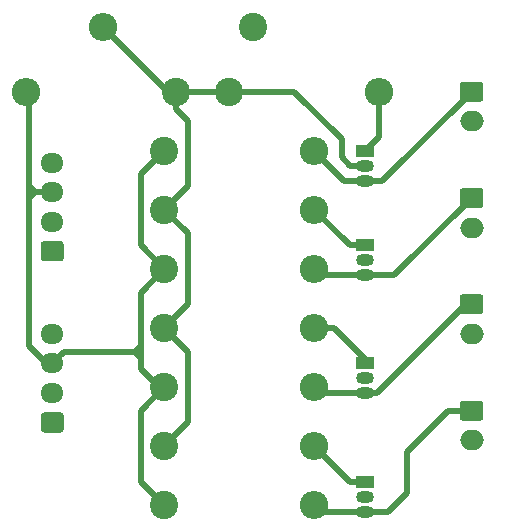
<source format=gbr>
%TF.GenerationSoftware,KiCad,Pcbnew,(5.1.7)-1*%
%TF.CreationDate,2021-07-11T15:44:17+01:00*%
%TF.ProjectId,level_shifter,6c657665-6c5f-4736-9869-667465722e6b,rev?*%
%TF.SameCoordinates,Original*%
%TF.FileFunction,Copper,L1,Top*%
%TF.FilePolarity,Positive*%
%FSLAX46Y46*%
G04 Gerber Fmt 4.6, Leading zero omitted, Abs format (unit mm)*
G04 Created by KiCad (PCBNEW (5.1.7)-1) date 2021-07-11 15:44:17*
%MOMM*%
%LPD*%
G01*
G04 APERTURE LIST*
%TA.AperFunction,ComponentPad*%
%ADD10O,2.400000X2.400000*%
%TD*%
%TA.AperFunction,ComponentPad*%
%ADD11C,2.400000*%
%TD*%
%TA.AperFunction,ComponentPad*%
%ADD12R,1.500000X1.050000*%
%TD*%
%TA.AperFunction,ComponentPad*%
%ADD13O,1.500000X1.050000*%
%TD*%
%TA.AperFunction,ComponentPad*%
%ADD14O,2.000000X1.700000*%
%TD*%
%TA.AperFunction,ComponentPad*%
%ADD15O,1.950000X1.700000*%
%TD*%
%TA.AperFunction,Conductor*%
%ADD16C,0.500000*%
%TD*%
G04 APERTURE END LIST*
D10*
%TO.P,R10,2*%
%TO.N,d4_h*%
X136700000Y-105500000D03*
D11*
%TO.P,R10,1*%
%TO.N,+5V*%
X124000000Y-105500000D03*
%TD*%
D10*
%TO.P,R9,2*%
%TO.N,d3_h*%
X136700000Y-95500000D03*
D11*
%TO.P,R9,1*%
%TO.N,+5V*%
X124000000Y-95500000D03*
%TD*%
D10*
%TO.P,R8,2*%
%TO.N,d2_h*%
X136700000Y-85500000D03*
D11*
%TO.P,R8,1*%
%TO.N,+5V*%
X124000000Y-85500000D03*
%TD*%
D10*
%TO.P,R7,2*%
%TO.N,d1_h*%
X136700000Y-75500000D03*
D11*
%TO.P,R7,1*%
%TO.N,+5V*%
X124000000Y-75500000D03*
%TD*%
D10*
%TO.P,R6,2*%
%TO.N,d4_l*%
X136700000Y-100500000D03*
D11*
%TO.P,R6,1*%
%TO.N,+3V3*%
X124000000Y-100500000D03*
%TD*%
D10*
%TO.P,R5,2*%
%TO.N,d3_l*%
X136700000Y-90500000D03*
D11*
%TO.P,R5,1*%
%TO.N,+3V3*%
X124000000Y-90500000D03*
%TD*%
D10*
%TO.P,R4,2*%
%TO.N,d2_l*%
X136700000Y-80500000D03*
D11*
%TO.P,R4,1*%
%TO.N,+3V3*%
X124000000Y-80500000D03*
%TD*%
D10*
%TO.P,R3,2*%
%TO.N,d1_l*%
X142200000Y-70500000D03*
D11*
%TO.P,R3,1*%
%TO.N,+3V3*%
X129500000Y-70500000D03*
%TD*%
D10*
%TO.P,R2,2*%
%TO.N,+3V3*%
X118800000Y-65000000D03*
D11*
%TO.P,R2,1*%
%TO.N,GND*%
X131500000Y-65000000D03*
%TD*%
D10*
%TO.P,R1,2*%
%TO.N,+5V*%
X112300000Y-70500000D03*
D11*
%TO.P,R1,1*%
%TO.N,+3V3*%
X125000000Y-70500000D03*
%TD*%
D12*
%TO.P,Q4,1*%
%TO.N,d4_l*%
X141000000Y-103500000D03*
D13*
%TO.P,Q4,3*%
%TO.N,d4_h*%
X141000000Y-106040000D03*
%TO.P,Q4,2*%
%TO.N,+3V3*%
X141000000Y-104770000D03*
%TD*%
D12*
%TO.P,Q3,1*%
%TO.N,d3_l*%
X141000000Y-93500000D03*
D13*
%TO.P,Q3,3*%
%TO.N,d3_h*%
X141000000Y-96040000D03*
%TO.P,Q3,2*%
%TO.N,+3V3*%
X141000000Y-94770000D03*
%TD*%
D12*
%TO.P,Q2,1*%
%TO.N,d2_l*%
X141000000Y-83500000D03*
D13*
%TO.P,Q2,3*%
%TO.N,d2_h*%
X141000000Y-86040000D03*
%TO.P,Q2,2*%
%TO.N,+3V3*%
X141000000Y-84770000D03*
%TD*%
D12*
%TO.P,Q1,1*%
%TO.N,d1_l*%
X141000000Y-75500000D03*
D13*
%TO.P,Q1,3*%
%TO.N,d1_h*%
X141000000Y-78040000D03*
%TO.P,Q1,2*%
%TO.N,+3V3*%
X141000000Y-76770000D03*
%TD*%
D14*
%TO.P,J6,2*%
%TO.N,GND*%
X150000000Y-100000000D03*
%TO.P,J6,1*%
%TO.N,d4_h*%
%TA.AperFunction,ComponentPad*%
G36*
G01*
X149250000Y-96650000D02*
X150750000Y-96650000D01*
G75*
G02*
X151000000Y-96900000I0J-250000D01*
G01*
X151000000Y-98100000D01*
G75*
G02*
X150750000Y-98350000I-250000J0D01*
G01*
X149250000Y-98350000D01*
G75*
G02*
X149000000Y-98100000I0J250000D01*
G01*
X149000000Y-96900000D01*
G75*
G02*
X149250000Y-96650000I250000J0D01*
G01*
G37*
%TD.AperFunction*%
%TD*%
%TO.P,J5,2*%
%TO.N,GND*%
X150000000Y-91000000D03*
%TO.P,J5,1*%
%TO.N,d3_h*%
%TA.AperFunction,ComponentPad*%
G36*
G01*
X149250000Y-87650000D02*
X150750000Y-87650000D01*
G75*
G02*
X151000000Y-87900000I0J-250000D01*
G01*
X151000000Y-89100000D01*
G75*
G02*
X150750000Y-89350000I-250000J0D01*
G01*
X149250000Y-89350000D01*
G75*
G02*
X149000000Y-89100000I0J250000D01*
G01*
X149000000Y-87900000D01*
G75*
G02*
X149250000Y-87650000I250000J0D01*
G01*
G37*
%TD.AperFunction*%
%TD*%
%TO.P,J4,2*%
%TO.N,GND*%
X150000000Y-82000000D03*
%TO.P,J4,1*%
%TO.N,d2_h*%
%TA.AperFunction,ComponentPad*%
G36*
G01*
X149250000Y-78650000D02*
X150750000Y-78650000D01*
G75*
G02*
X151000000Y-78900000I0J-250000D01*
G01*
X151000000Y-80100000D01*
G75*
G02*
X150750000Y-80350000I-250000J0D01*
G01*
X149250000Y-80350000D01*
G75*
G02*
X149000000Y-80100000I0J250000D01*
G01*
X149000000Y-78900000D01*
G75*
G02*
X149250000Y-78650000I250000J0D01*
G01*
G37*
%TD.AperFunction*%
%TD*%
%TO.P,J3,2*%
%TO.N,GND*%
X150000000Y-73000000D03*
%TO.P,J3,1*%
%TO.N,d1_h*%
%TA.AperFunction,ComponentPad*%
G36*
G01*
X149250000Y-69650000D02*
X150750000Y-69650000D01*
G75*
G02*
X151000000Y-69900000I0J-250000D01*
G01*
X151000000Y-71100000D01*
G75*
G02*
X150750000Y-71350000I-250000J0D01*
G01*
X149250000Y-71350000D01*
G75*
G02*
X149000000Y-71100000I0J250000D01*
G01*
X149000000Y-69900000D01*
G75*
G02*
X149250000Y-69650000I250000J0D01*
G01*
G37*
%TD.AperFunction*%
%TD*%
D15*
%TO.P,J2,4*%
%TO.N,GND*%
X114500000Y-91000000D03*
%TO.P,J2,3*%
%TO.N,+5V*%
X114500000Y-93500000D03*
%TO.P,J2,2*%
%TO.N,d3_l*%
X114500000Y-96000000D03*
%TO.P,J2,1*%
%TO.N,d4_l*%
%TA.AperFunction,ComponentPad*%
G36*
G01*
X115225000Y-99350000D02*
X113775000Y-99350000D01*
G75*
G02*
X113525000Y-99100000I0J250000D01*
G01*
X113525000Y-97900000D01*
G75*
G02*
X113775000Y-97650000I250000J0D01*
G01*
X115225000Y-97650000D01*
G75*
G02*
X115475000Y-97900000I0J-250000D01*
G01*
X115475000Y-99100000D01*
G75*
G02*
X115225000Y-99350000I-250000J0D01*
G01*
G37*
%TD.AperFunction*%
%TD*%
%TO.P,J1,4*%
%TO.N,GND*%
X114500000Y-76500000D03*
%TO.P,J1,3*%
%TO.N,+5V*%
X114500000Y-79000000D03*
%TO.P,J1,2*%
%TO.N,d1_l*%
X114500000Y-81500000D03*
%TO.P,J1,1*%
%TO.N,d2_l*%
%TA.AperFunction,ComponentPad*%
G36*
G01*
X115225000Y-84850000D02*
X113775000Y-84850000D01*
G75*
G02*
X113525000Y-84600000I0J250000D01*
G01*
X113525000Y-83400000D01*
G75*
G02*
X113775000Y-83150000I250000J0D01*
G01*
X115225000Y-83150000D01*
G75*
G02*
X115475000Y-83400000I0J-250000D01*
G01*
X115475000Y-84600000D01*
G75*
G02*
X115225000Y-84850000I-250000J0D01*
G01*
G37*
%TD.AperFunction*%
%TD*%
D16*
%TO.N,+5V*%
X112500000Y-70700000D02*
X112300000Y-70500000D01*
X114000000Y-93500000D02*
X114500000Y-93500000D01*
X112500000Y-92000000D02*
X114000000Y-93500000D01*
X122000000Y-92000000D02*
X121500000Y-92500000D01*
X121500000Y-92500000D02*
X122000000Y-93000000D01*
X112500000Y-78500000D02*
X113000000Y-79000000D01*
X113000000Y-79000000D02*
X112500000Y-79000000D01*
X112500000Y-79000000D02*
X112500000Y-78500000D01*
X114500000Y-79000000D02*
X113000000Y-79000000D01*
X112500000Y-78500000D02*
X112500000Y-70700000D01*
X113000000Y-79000000D02*
X112500000Y-79500000D01*
X112500000Y-79500000D02*
X112500000Y-92000000D01*
X112500000Y-79000000D02*
X112500000Y-79500000D01*
X122000000Y-87500000D02*
X124000000Y-85500000D01*
X122000000Y-93000000D02*
X122000000Y-87500000D01*
X122000000Y-77500000D02*
X124000000Y-75500000D01*
X122000000Y-83500000D02*
X122000000Y-77500000D01*
X124000000Y-85500000D02*
X122000000Y-83500000D01*
X122000000Y-97500000D02*
X122000000Y-103500000D01*
X122000000Y-103500000D02*
X124000000Y-105500000D01*
X124000000Y-95500000D02*
X122000000Y-97500000D01*
X115500000Y-92500000D02*
X122000000Y-92500000D01*
X114500000Y-93500000D02*
X115500000Y-92500000D01*
X122000000Y-93500000D02*
X122000000Y-93000000D01*
X122000000Y-94000000D02*
X122000000Y-93500000D01*
X123500000Y-95500000D02*
X122000000Y-94000000D01*
X124000000Y-95500000D02*
X123500000Y-95500000D01*
%TO.N,d2_l*%
X139700000Y-83500000D02*
X136700000Y-80500000D01*
X141000000Y-83500000D02*
X139700000Y-83500000D01*
%TO.N,d1_l*%
X142200000Y-74300000D02*
X141000000Y-75500000D01*
X142200000Y-70500000D02*
X142200000Y-74300000D01*
%TO.N,d4_l*%
X139700000Y-103500000D02*
X141000000Y-103500000D01*
X136700000Y-100500000D02*
X139700000Y-103500000D01*
%TO.N,d3_l*%
X141000000Y-93102944D02*
X141000000Y-93500000D01*
X138397056Y-90500000D02*
X141000000Y-93102944D01*
X136700000Y-90500000D02*
X138397056Y-90500000D01*
%TO.N,d1_h*%
X142460000Y-78040000D02*
X141000000Y-78040000D01*
X150000000Y-70500000D02*
X142460000Y-78040000D01*
X139240000Y-78040000D02*
X141000000Y-78040000D01*
X136700000Y-75500000D02*
X139240000Y-78040000D01*
%TO.N,d2_h*%
X143460000Y-86040000D02*
X141000000Y-86040000D01*
X150000000Y-79500000D02*
X143460000Y-86040000D01*
X137240000Y-86040000D02*
X136700000Y-85500000D01*
X141000000Y-86040000D02*
X137240000Y-86040000D01*
%TO.N,d3_h*%
X150000000Y-88500000D02*
X149500000Y-88500000D01*
X141960000Y-96040000D02*
X141000000Y-96040000D01*
X149500000Y-88500000D02*
X141960000Y-96040000D01*
X137240000Y-96040000D02*
X136700000Y-95500000D01*
X141000000Y-96040000D02*
X137240000Y-96040000D01*
%TO.N,d4_h*%
X142960000Y-106040000D02*
X141000000Y-106040000D01*
X144500000Y-104500000D02*
X142960000Y-106040000D01*
X144500000Y-101000000D02*
X144500000Y-104500000D01*
X148000000Y-97500000D02*
X144500000Y-101000000D01*
X150000000Y-97500000D02*
X148000000Y-97500000D01*
X137240000Y-106040000D02*
X136700000Y-105500000D01*
X141000000Y-106040000D02*
X137240000Y-106040000D01*
%TO.N,+3V3*%
X124300000Y-70500000D02*
X125000000Y-70500000D01*
X118800000Y-65000000D02*
X124300000Y-70500000D01*
X125000000Y-70500000D02*
X129500000Y-70500000D01*
X135000000Y-70500000D02*
X129500000Y-70500000D01*
X139000000Y-74500000D02*
X135000000Y-70500000D01*
X139000000Y-76042501D02*
X139000000Y-74500000D01*
X139727499Y-76770000D02*
X139000000Y-76042501D01*
X141000000Y-76770000D02*
X139727499Y-76770000D01*
X124000000Y-80500000D02*
X126000000Y-82500000D01*
X126000000Y-88500000D02*
X124000000Y-90500000D01*
X126000000Y-82500000D02*
X126000000Y-88500000D01*
X124000000Y-90500000D02*
X126000000Y-92500000D01*
X126000000Y-98500000D02*
X124000000Y-100500000D01*
X126000000Y-92500000D02*
X126000000Y-98500000D01*
X125000000Y-72000000D02*
X125000000Y-70500000D01*
X126000000Y-73000000D02*
X125000000Y-72000000D01*
X126000000Y-78500000D02*
X126000000Y-73000000D01*
X124000000Y-80500000D02*
X126000000Y-78500000D01*
%TD*%
M02*

</source>
